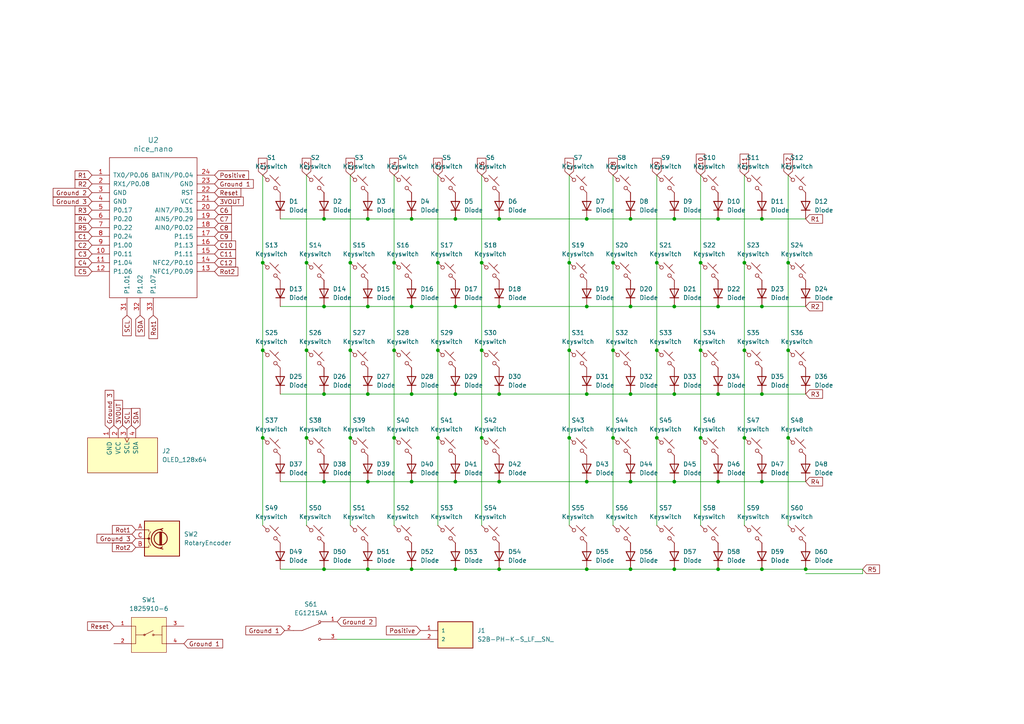
<source format=kicad_sch>
(kicad_sch (version 20230121) (generator eeschema)
  (paper "A4")
  (junction (at 208.28 165.1))
  (junction (at 106.68 139.7))
  (junction (at 233.68 165.1))
  (junction (at 139.7 101.6))
  (junction (at 132.08 63.5))
  (junction (at 76.2 127))
  (junction (at 139.7 127))
  (junction (at 170.18 88.9))
  (junction (at 190.5 101.6))
  (junction (at 195.58 114.3))
  (junction (at 88.9 127))
  (junction (at 132.08 88.9))
  (junction (at 119.38 139.7))
  (junction (at 127 76.2))
  (junction (at 182.88 165.1))
  (junction (at 101.6 127))
  (junction (at 170.18 165.1))
  (junction (at 182.88 88.9))
  (junction (at 114.3 127))
  (junction (at 93.98 165.1))
  (junction (at 228.6 76.2))
  (junction (at 177.8 101.6))
  (junction (at 127 127))
  (junction (at 144.78 165.1))
  (junction (at 215.9 127))
  (junction (at 144.78 88.9))
  (junction (at 144.78 63.5))
  (junction (at 76.2 101.6))
  (junction (at 195.58 165.1))
  (junction (at 203.2 127))
  (junction (at 76.2 76.2))
  (junction (at 114.3 101.6))
  (junction (at 119.38 63.5))
  (junction (at 190.5 127))
  (junction (at 195.58 139.7))
  (junction (at 132.08 139.7))
  (junction (at 182.88 63.5))
  (junction (at 93.98 63.5))
  (junction (at 215.9 101.6))
  (junction (at 208.28 63.5))
  (junction (at 182.88 114.3))
  (junction (at 182.88 139.7))
  (junction (at 177.8 127))
  (junction (at 165.1 76.2))
  (junction (at 88.9 101.6))
  (junction (at 220.98 63.5))
  (junction (at 127 101.6))
  (junction (at 228.6 127))
  (junction (at 106.68 114.3))
  (junction (at 114.3 76.2))
  (junction (at 165.1 127))
  (junction (at 106.68 88.9))
  (junction (at 93.98 114.3))
  (junction (at 144.78 139.7))
  (junction (at 139.7 76.2))
  (junction (at 101.6 101.6))
  (junction (at 93.98 88.9))
  (junction (at 119.38 165.1))
  (junction (at 132.08 114.3))
  (junction (at 119.38 88.9))
  (junction (at 215.9 76.2))
  (junction (at 101.6 76.2))
  (junction (at 106.68 63.5))
  (junction (at 220.98 165.1))
  (junction (at 93.98 139.7))
  (junction (at 144.78 114.3))
  (junction (at 165.1 101.6))
  (junction (at 203.2 101.6))
  (junction (at 106.68 165.1))
  (junction (at 190.5 76.2))
  (junction (at 170.18 63.5))
  (junction (at 208.28 139.7))
  (junction (at 208.28 88.9))
  (junction (at 88.9 76.2))
  (junction (at 220.98 88.9))
  (junction (at 208.28 114.3))
  (junction (at 170.18 114.3))
  (junction (at 132.08 165.1))
  (junction (at 228.6 101.6))
  (junction (at 195.58 88.9))
  (junction (at 170.18 139.7))
  (junction (at 220.98 114.3))
  (junction (at 195.58 63.5))
  (junction (at 119.38 114.3))
  (junction (at 220.98 139.7))
  (junction (at 177.8 76.2))
  (junction (at 203.2 76.2))
  (wire (pts (xy 208.28 114.3) (xy 220.98 114.3)))
  (wire (pts (xy 220.98 114.3) (xy 233.68 114.3)))
  (wire (pts (xy 119.38 63.5) (xy 132.08 63.5)))
  (wire (pts (xy 144.78 139.7) (xy 170.18 139.7)))
  (wire (pts (xy 144.78 114.3) (xy 170.18 114.3)))
  (wire (pts (xy 177.8 50.8) (xy 177.8 76.2)))
  (wire (pts (xy 101.6 127) (xy 101.6 152.4)))
  (wire (pts (xy 114.3 50.8) (xy 114.3 76.2)))
  (wire (pts (xy 132.08 114.3) (xy 144.78 114.3)))
  (wire (pts (xy 177.8 101.6) (xy 177.8 127)))
  (wire (pts (xy 195.58 88.9) (xy 208.28 88.9)))
  (wire (pts (xy 195.58 165.1) (xy 208.28 165.1)))
  (wire (pts (xy 88.9 76.2) (xy 88.9 101.6)))
  (wire (pts (xy 203.2 101.6) (xy 203.2 127)))
  (wire (pts (xy 215.9 76.2) (xy 215.9 101.6)))
  (wire (pts (xy 93.98 88.9) (xy 106.68 88.9)))
  (wire (pts (xy 119.38 88.9) (xy 132.08 88.9)))
  (wire (pts (xy 132.08 139.7) (xy 144.78 139.7)))
  (wire (pts (xy 208.28 165.1) (xy 220.98 165.1)))
  (wire (pts (xy 195.58 63.5) (xy 208.28 63.5)))
  (wire (pts (xy 190.5 101.6) (xy 190.5 127)))
  (wire (pts (xy 220.98 88.9) (xy 233.68 88.9)))
  (wire (pts (xy 215.9 50.8) (xy 215.9 76.2)))
  (wire (pts (xy 81.28 88.9) (xy 93.98 88.9)))
  (wire (pts (xy 182.88 114.3) (xy 195.58 114.3)))
  (wire (pts (xy 132.08 88.9) (xy 144.78 88.9)))
  (wire (pts (xy 101.6 76.2) (xy 101.6 101.6)))
  (wire (pts (xy 127 50.8) (xy 127 76.2)))
  (wire (pts (xy 119.38 114.3) (xy 132.08 114.3)))
  (wire (pts (xy 81.28 139.7) (xy 93.98 139.7)))
  (wire (pts (xy 81.28 165.1) (xy 93.98 165.1)))
  (wire (pts (xy 170.18 63.5) (xy 182.88 63.5)))
  (wire (pts (xy 93.98 139.7) (xy 106.68 139.7)))
  (wire (pts (xy 165.1 76.2) (xy 165.1 101.6)))
  (wire (pts (xy 127 76.2) (xy 127 101.6)))
  (wire (pts (xy 114.3 101.6) (xy 114.3 127)))
  (wire (pts (xy 127 127) (xy 127 152.4)))
  (wire (pts (xy 190.5 76.2) (xy 190.5 101.6)))
  (wire (pts (xy 106.68 63.5) (xy 119.38 63.5)))
  (wire (pts (xy 203.2 50.8) (xy 203.2 76.2)))
  (wire (pts (xy 228.6 76.2) (xy 228.6 101.6)))
  (wire (pts (xy 250.19 166.37) (xy 233.68 166.37)))
  (wire (pts (xy 208.28 139.7) (xy 220.98 139.7)))
  (wire (pts (xy 132.08 165.1) (xy 144.78 165.1)))
  (wire (pts (xy 106.68 88.9) (xy 119.38 88.9)))
  (wire (pts (xy 106.68 165.1) (xy 119.38 165.1)))
  (wire (pts (xy 144.78 63.5) (xy 170.18 63.5)))
  (wire (pts (xy 106.68 114.3) (xy 119.38 114.3)))
  (wire (pts (xy 228.6 127) (xy 228.6 152.4)))
  (wire (pts (xy 81.28 114.3) (xy 93.98 114.3)))
  (wire (pts (xy 182.88 88.9) (xy 195.58 88.9)))
  (wire (pts (xy 97.79 185.42) (xy 121.92 185.42)))
  (wire (pts (xy 119.38 165.1) (xy 132.08 165.1)))
  (wire (pts (xy 250.19 165.1) (xy 250.19 166.37)))
  (wire (pts (xy 220.98 63.5) (xy 233.68 63.5)))
  (wire (pts (xy 132.08 63.5) (xy 144.78 63.5)))
  (wire (pts (xy 228.6 50.8) (xy 228.6 76.2)))
  (wire (pts (xy 177.8 76.2) (xy 177.8 101.6)))
  (wire (pts (xy 208.28 88.9) (xy 220.98 88.9)))
  (wire (pts (xy 233.68 165.1) (xy 250.19 165.1)))
  (wire (pts (xy 215.9 127) (xy 215.9 152.4)))
  (wire (pts (xy 165.1 50.8) (xy 165.1 76.2)))
  (wire (pts (xy 220.98 165.1) (xy 233.68 165.1)))
  (wire (pts (xy 182.88 139.7) (xy 195.58 139.7)))
  (wire (pts (xy 127 101.6) (xy 127 127)))
  (wire (pts (xy 93.98 165.1) (xy 106.68 165.1)))
  (wire (pts (xy 220.98 139.7) (xy 233.68 139.7)))
  (wire (pts (xy 139.7 50.8) (xy 139.7 76.2)))
  (wire (pts (xy 170.18 139.7) (xy 182.88 139.7)))
  (wire (pts (xy 76.2 76.2) (xy 76.2 101.6)))
  (wire (pts (xy 101.6 101.6) (xy 101.6 127)))
  (wire (pts (xy 101.6 50.8) (xy 101.6 76.2)))
  (wire (pts (xy 177.8 127) (xy 177.8 152.4)))
  (wire (pts (xy 93.98 63.5) (xy 106.68 63.5)))
  (wire (pts (xy 76.2 101.6) (xy 76.2 127)))
  (wire (pts (xy 119.38 139.7) (xy 132.08 139.7)))
  (wire (pts (xy 195.58 139.7) (xy 208.28 139.7)))
  (wire (pts (xy 76.2 50.8) (xy 76.2 76.2)))
  (wire (pts (xy 215.9 101.6) (xy 215.9 127)))
  (wire (pts (xy 190.5 127) (xy 190.5 152.4)))
  (wire (pts (xy 139.7 127) (xy 139.7 152.4)))
  (wire (pts (xy 190.5 50.8) (xy 190.5 76.2)))
  (wire (pts (xy 182.88 63.5) (xy 195.58 63.5)))
  (wire (pts (xy 195.58 114.3) (xy 208.28 114.3)))
  (wire (pts (xy 76.2 127) (xy 76.2 152.4)))
  (wire (pts (xy 106.68 139.7) (xy 119.38 139.7)))
  (wire (pts (xy 93.98 114.3) (xy 106.68 114.3)))
  (wire (pts (xy 170.18 114.3) (xy 182.88 114.3)))
  (wire (pts (xy 182.88 165.1) (xy 195.58 165.1)))
  (wire (pts (xy 144.78 88.9) (xy 170.18 88.9)))
  (wire (pts (xy 170.18 165.1) (xy 182.88 165.1)))
  (wire (pts (xy 88.9 50.8) (xy 88.9 76.2)))
  (wire (pts (xy 203.2 76.2) (xy 203.2 101.6)))
  (wire (pts (xy 139.7 76.2) (xy 139.7 101.6)))
  (wire (pts (xy 88.9 127) (xy 88.9 152.4)))
  (wire (pts (xy 165.1 101.6) (xy 165.1 127)))
  (wire (pts (xy 139.7 101.6) (xy 139.7 127)))
  (wire (pts (xy 170.18 88.9) (xy 182.88 88.9)))
  (wire (pts (xy 203.2 127) (xy 203.2 152.4)))
  (wire (pts (xy 165.1 127) (xy 165.1 152.4)))
  (wire (pts (xy 114.3 127) (xy 114.3 152.4)))
  (wire (pts (xy 228.6 101.6) (xy 228.6 127)))
  (wire (pts (xy 81.28 63.5) (xy 93.98 63.5)))
  (wire (pts (xy 144.78 165.1) (xy 170.18 165.1)))
  (wire (pts (xy 114.3 76.2) (xy 114.3 101.6)))
  (wire (pts (xy 208.28 63.5) (xy 220.98 63.5)))
  (wire (pts (xy 88.9 101.6) (xy 88.9 127)))
  (global_label "Reset" (shape input) (at 62.23 55.88 0) (property "Intersheetrefs" "${INTERSHEET_REFS}" (effects hide)))
  (global_label "Ground 3" (shape input) (at 39.37 156.21 180) (property "Intersheetrefs" "${INTERSHEET_REFS}" (effects hide)))
  (global_label "C10" (shape input) (at 62.23 71.12 0) (property "Intersheetrefs" "${INTERSHEET_REFS}" (effects hide)))
  (global_label "SDA" (shape input) (at 39.37 124.46 90) (property "Intersheetrefs" "${INTERSHEET_REFS}" (effects hide)))
  (global_label "SDA" (shape input) (at 40.64 91.44 270) (property "Intersheetrefs" "${INTERSHEET_REFS}" (effects hide)))
  (global_label "C10" (shape input) (at 203.2 50.8 90) (property "Intersheetrefs" "${INTERSHEET_REFS}" (effects hide)))
  (global_label "C12" (shape input) (at 228.6 50.8 90) (property "Intersheetrefs" "${INTERSHEET_REFS}" (effects hide)))
  (global_label "R1" (shape input) (at 26.67 50.8 180) (property "Intersheetrefs" "${INTERSHEET_REFS}" (effects hide)))
  (global_label "Reset" (shape input) (at 33.02 181.61 180) (property "Intersheetrefs" "${INTERSHEET_REFS}" (effects hide)))
  (global_label "SCL" (shape input) (at 36.83 124.46 90) (property "Intersheetrefs" "${INTERSHEET_REFS}" (effects hide)))
  (global_label "Ground 1" (shape input) (at 53.34 186.69 0) (property "Intersheetrefs" "${INTERSHEET_REFS}" (effects hide)))
  (global_label "Ground 2" (shape input) (at 97.79 180.34 0) (property "Intersheetrefs" "${INTERSHEET_REFS}" (effects hide)))
  (global_label "C8" (shape input) (at 177.8 50.8 90) (property "Intersheetrefs" "${INTERSHEET_REFS}" (effects hide)))
  (global_label "C4" (shape input) (at 26.67 76.2 180) (property "Intersheetrefs" "${INTERSHEET_REFS}" (effects hide)))
  (global_label "Ground 1" (shape input) (at 62.23 53.34 0) (property "Intersheetrefs" "${INTERSHEET_REFS}" (effects hide)))
  (global_label "C11" (shape input) (at 62.23 73.66 0) (property "Intersheetrefs" "${INTERSHEET_REFS}" (effects hide)))
  (global_label "Ground 3" (shape input) (at 31.75 124.46 90) (property "Intersheetrefs" "${INTERSHEET_REFS}" (effects hide)))
  (global_label "R5" (shape input) (at 250.19 165.1 0) (property "Intersheetrefs" "${INTERSHEET_REFS}" (effects hide)))
  (global_label "C3" (shape input) (at 101.6 50.8 90) (property "Intersheetrefs" "${INTERSHEET_REFS}" (effects hide)))
  (global_label "C8" (shape input) (at 62.23 66.04 0) (property "Intersheetrefs" "${INTERSHEET_REFS}" (effects hide)))
  (global_label "C7" (shape input) (at 62.23 63.5 0) (property "Intersheetrefs" "${INTERSHEET_REFS}" (effects hide)))
  (global_label "R1" (shape input) (at 233.68 63.5 0) (property "Intersheetrefs" "${INTERSHEET_REFS}" (effects hide)))
  (global_label "C2" (shape input) (at 88.9 50.8 90) (property "Intersheetrefs" "${INTERSHEET_REFS}" (effects hide)))
  (global_label "R3" (shape input) (at 26.67 60.96 180) (property "Intersheetrefs" "${INTERSHEET_REFS}" (effects hide)))
  (global_label "C5" (shape input) (at 26.67 78.74 180) (property "Intersheetrefs" "${INTERSHEET_REFS}" (effects hide)))
  (global_label "R3" (shape input) (at 233.68 114.3 0) (property "Intersheetrefs" "${INTERSHEET_REFS}" (effects hide)))
  (global_label "C9" (shape input) (at 190.5 50.8 90) (property "Intersheetrefs" "${INTERSHEET_REFS}" (effects hide)))
  (global_label "Ground 2" (shape input) (at 26.67 55.88 180) (property "Intersheetrefs" "${INTERSHEET_REFS}" (effects hide)))
  (global_label "R2" (shape input) (at 233.68 88.9 0) (property "Intersheetrefs" "${INTERSHEET_REFS}" (effects hide)))
  (global_label "3VOUT" (shape input) (at 62.23 58.42 0) (property "Intersheetrefs" "${INTERSHEET_REFS}" (effects hide)))
  (global_label "3VOUT" (shape input) (at 34.29 124.46 90) (property "Intersheetrefs" "${INTERSHEET_REFS}" (effects hide)))
  (global_label "C5" (shape input) (at 127 50.8 90) (property "Intersheetrefs" "${INTERSHEET_REFS}" (effects hide)))
  (global_label "C1" (shape input) (at 26.67 68.58 180) (property "Intersheetrefs" "${INTERSHEET_REFS}" (effects hide)))
  (global_label "Rot1" (shape input) (at 39.37 153.67 180) (property "Intersheetrefs" "${INTERSHEET_REFS}" (effects hide)))
  (global_label "R2" (shape input) (at 26.67 53.34 180) (property "Intersheetrefs" "${INTERSHEET_REFS}" (effects hide)))
  (global_label "SCL" (shape input) (at 36.83 91.44 270) (property "Intersheetrefs" "${INTERSHEET_REFS}" (effects hide)))
  (global_label "Ground 1" (shape input) (at 82.55 182.88 180) (property "Intersheetrefs" "${INTERSHEET_REFS}" (effects hide)))
  (global_label "R4" (shape input) (at 26.67 63.5 180) (property "Intersheetrefs" "${INTERSHEET_REFS}" (effects hide)))
  (global_label "R4" (shape input) (at 233.68 139.7 0) (property "Intersheetrefs" "${INTERSHEET_REFS}" (effects hide)))
  (global_label "Positive" (shape input) (at 62.23 50.8 0) (property "Intersheetrefs" "${INTERSHEET_REFS}" (effects hide)))
  (global_label "Rot2" (shape input) (at 39.37 158.75 180) (property "Intersheetrefs" "${INTERSHEET_REFS}" (effects hide)))
  (global_label "C7" (shape input) (at 165.1 50.8 90) (property "Intersheetrefs" "${INTERSHEET_REFS}" (effects hide)))
  (global_label "C4" (shape input) (at 114.3 50.8 90) (property "Intersheetrefs" "${INTERSHEET_REFS}" (effects hide)))
  (global_label "C6" (shape input) (at 139.7 50.8 90) (property "Intersheetrefs" "${INTERSHEET_REFS}" (effects hide)))
  (global_label "Rot2" (shape input) (at 62.23 78.74 0) (property "Intersheetrefs" "${INTERSHEET_REFS}" (effects hide)))
  (global_label "C12" (shape input) (at 62.23 76.2 0) (property "Intersheetrefs" "${INTERSHEET_REFS}" (effects hide)))
  (global_label "Positive" (shape input) (at 121.92 182.88 180) (property "Intersheetrefs" "${INTERSHEET_REFS}" (effects hide)))
  (global_label "C2" (shape input) (at 26.67 71.12 180) (property "Intersheetrefs" "${INTERSHEET_REFS}" (effects hide)))
  (global_label "C1" (shape input) (at 76.2 50.8 90) (property "Intersheetrefs" "${INTERSHEET_REFS}" (effects hide)))
  (global_label "Ground 3" (shape input) (at 26.67 58.42 180) (property "Intersheetrefs" "${INTERSHEET_REFS}" (effects hide)))
  (global_label "C6" (shape input) (at 62.23 60.96 0) (property "Intersheetrefs" "${INTERSHEET_REFS}" (effects hide)))
  (global_label "C11" (shape input) (at 215.9 50.8 90) (property "Intersheetrefs" "${INTERSHEET_REFS}" (effects hide)))
  (global_label "C9" (shape input) (at 62.23 68.58 0) (property "Intersheetrefs" "${INTERSHEET_REFS}" (effects hide)))
  (global_label "Rot1" (shape input) (at 44.45 91.44 270) (property "Intersheetrefs" "${INTERSHEET_REFS}" (effects hide)))
  (global_label "C3" (shape input) (at 26.67 73.66 180) (property "Intersheetrefs" "${INTERSHEET_REFS}" (effects hide)))
  (global_label "R5" (shape input) (at 26.67 66.04 180) (property "Intersheetrefs" "${INTERSHEET_REFS}" (effects hide)))
  (symbol (lib_id "ScottoKeebs:Placeholder_Diode") (at 132.08 85.09 90) (unit 1)
    (property "Reference" "D17" (at 134.62 83.82 90) (effects (justify right)))
    (property "Value" "Diode" (at 134.62 86.36 90) (effects (justify right)))
    (property "Footprint" "ScottoKeebs_Components:Diode_SOD-123" (effects hide))
    (property "Sim.Device" "D" (effects hide))
    (property "Sim.Pins" "1=K 2=A" (effects hide))
  )
  (symbol (lib_id "ScottoKeebs:Placeholder_Keyswitch") (at 167.64 129.54 0) (unit 1)
    (property "Reference" "S43" (at 167.64 121.92 0))
    (property "Value" "Keyswitch" (at 167.64 124.46 0))
    (property "Footprint" "ScottoKeebs_Hotswap:Hotswap_MX_Plated_1.00u" (effects hide))
  )
  (symbol (lib_id "ScottoKeebs:Placeholder_Diode") (at 170.18 59.69 90) (unit 1)
    (property "Reference" "D7" (at 172.72 58.42 90) (effects (justify right)))
    (property "Value" "Diode" (at 172.72 60.96 90) (effects (justify right)))
    (property "Footprint" "ScottoKeebs_Components:Diode_SOD-123" (effects hide))
    (property "Sim.Device" "D" (effects hide))
    (property "Sim.Pins" "1=K 2=A" (effects hide))
  )
  (symbol (lib_id "ScottoKeebs:Placeholder_Diode") (at 182.88 110.49 90) (unit 1)
    (property "Reference" "D32" (at 185.42 109.22 90) (effects (justify right)))
    (property "Value" "Diode" (at 185.42 111.76 90) (effects (justify right)))
    (property "Footprint" "ScottoKeebs_Components:Diode_SOD-123" (effects hide))
    (property "Sim.Device" "D" (effects hide))
    (property "Sim.Pins" "1=K 2=A" (effects hide))
  )
  (symbol (lib_id "ScottoKeebs:Placeholder_Keyswitch") (at 218.44 104.14 0) (unit 1)
    (property "Reference" "S35" (at 218.44 96.52 0))
    (property "Value" "Keyswitch" (at 218.44 99.06 0))
    (property "Footprint" "ScottoKeebs_Hotswap:Hotswap_MX_Plated_1.00u" (effects hide))
  )
  (symbol (lib_id "ScottoKeebs:Placeholder_Keyswitch") (at 78.74 154.94 0) (unit 1)
    (property "Reference" "S49" (at 78.74 147.32 0))
    (property "Value" "Keyswitch" (at 78.74 149.86 0))
    (property "Footprint" "ScottoKeebs_Hotswap:Hotswap_MX_Plated_1.00u" (effects hide))
  )
  (symbol (lib_id "ScottoKeebs:Placeholder_Keyswitch") (at 91.44 78.74 0) (unit 1)
    (property "Reference" "S14" (at 91.44 71.12 0))
    (property "Value" "Keyswitch" (at 91.44 73.66 0))
    (property "Footprint" "ScottoKeebs_Hotswap:Hotswap_MX_Plated_1.00u" (effects hide))
  )
  (symbol (lib_id "ScottoKeebs:Placeholder_Diode") (at 119.38 59.69 90) (unit 1)
    (property "Reference" "D4" (at 121.92 58.42 90) (effects (justify right)))
    (property "Value" "Diode" (at 121.92 60.96 90) (effects (justify right)))
    (property "Footprint" "ScottoKeebs_Components:Diode_SOD-123" (effects hide))
    (property "Sim.Device" "D" (effects hide))
    (property "Sim.Pins" "1=K 2=A" (effects hide))
  )
  (symbol (lib_id "ScottoKeebs:Placeholder_Keyswitch") (at 116.84 129.54 0) (unit 1)
    (property "Reference" "S40" (at 116.84 121.92 0))
    (property "Value" "Keyswitch" (at 116.84 124.46 0))
    (property "Footprint" "ScottoKeebs_Hotswap:Hotswap_MX_Plated_1.00u" (effects hide))
  )
  (symbol (lib_id "ScottoKeebs:Placeholder_Diode") (at 132.08 161.29 90) (unit 1)
    (property "Reference" "D53" (at 134.62 160.02 90) (effects (justify right)))
    (property "Value" "Diode" (at 134.62 162.56 90) (effects (justify right)))
    (property "Footprint" "ScottoKeebs_Components:Diode_SOD-123" (effects hide))
    (property "Sim.Device" "D" (effects hide))
    (property "Sim.Pins" "1=K 2=A" (effects hide))
  )
  (symbol (lib_id "ScottoKeebs:Placeholder_Keyswitch") (at 167.64 53.34 0) (unit 1)
    (property "Reference" "S7" (at 167.64 45.72 0))
    (property "Value" "Keyswitch" (at 167.64 48.26 0))
    (property "Footprint" "ScottoKeebs_Hotswap:Hotswap_MX_Plated_1.00u" (effects hide))
  )
  (symbol (lib_id "ScottoKeebs:Placeholder_Keyswitch") (at 116.84 104.14 0) (unit 1)
    (property "Reference" "S28" (at 116.84 96.52 0))
    (property "Value" "Keyswitch" (at 116.84 99.06 0))
    (property "Footprint" "ScottoKeebs_Hotswap:Hotswap_MX_Plated_1.00u" (effects hide))
  )
  (symbol (lib_id "ScottoKeebs:Placeholder_Keyswitch") (at 231.14 104.14 0) (unit 1)
    (property "Reference" "S36" (at 231.14 96.52 0))
    (property "Value" "Keyswitch" (at 231.14 99.06 0))
    (property "Footprint" "ScottoKeebs_Hotswap:Hotswap_MX_Plated_1.00u" (effects hide))
  )
  (symbol (lib_id "ScottoKeebs:Placeholder_Keyswitch") (at 104.14 154.94 0) (unit 1)
    (property "Reference" "S51" (at 104.14 147.32 0))
    (property "Value" "Keyswitch" (at 104.14 149.86 0))
    (property "Footprint" "ScottoKeebs_Hotswap:Hotswap_MX_Plated_1.00u" (effects hide))
  )
  (symbol (lib_id "ScottoKeebs:Placeholder_Keyswitch") (at 78.74 104.14 0) (unit 1)
    (property "Reference" "S25" (at 78.74 96.52 0))
    (property "Value" "Keyswitch" (at 78.74 99.06 0))
    (property "Footprint" "ScottoKeebs_Hotswap:Hotswap_MX_Plated_1.00u" (effects hide))
  )
  (symbol (lib_id "ScottoKeebs:Placeholder_Diode") (at 208.28 161.29 90) (unit 1)
    (property "Reference" "D58" (at 210.82 160.02 90) (effects (justify right)))
    (property "Value" "Diode" (at 210.82 162.56 90) (effects (justify right)))
    (property "Footprint" "ScottoKeebs_Components:Diode_SOD-123" (effects hide))
    (property "Sim.Device" "D" (effects hide))
    (property "Sim.Pins" "1=K 2=A" (effects hide))
  )
  (symbol (lib_id "ScottoKeebs:Placeholder_Keyswitch") (at 218.44 129.54 0) (unit 1)
    (property "Reference" "S47" (at 218.44 121.92 0))
    (property "Value" "Keyswitch" (at 218.44 124.46 0))
    (property "Footprint" "ScottoKeebs_Hotswap:Hotswap_MX_Plated_1.00u" (effects hide))
  )
  (symbol (lib_id "ScottoKeebs:Placeholder_Keyswitch") (at 142.24 78.74 0) (unit 1)
    (property "Reference" "S18" (at 142.24 71.12 0))
    (property "Value" "Keyswitch" (at 142.24 73.66 0))
    (property "Footprint" "ScottoKeebs_Hotswap:Hotswap_MX_Plated_1.00u" (effects hide))
  )
  (symbol (lib_id "ScottoKeebs:Placeholder_Keyswitch") (at 167.64 78.74 0) (unit 1)
    (property "Reference" "S19" (at 167.64 71.12 0))
    (property "Value" "Keyswitch" (at 167.64 73.66 0))
    (property "Footprint" "ScottoKeebs_Hotswap:Hotswap_MX_Plated_1.00u" (effects hide))
  )
  (symbol (lib_id "ScottoKeebs:Placeholder_Diode") (at 233.68 110.49 90) (unit 1)
    (property "Reference" "D36" (at 236.22 109.22 90) (effects (justify right)))
    (property "Value" "Diode" (at 236.22 111.76 90) (effects (justify right)))
    (property "Footprint" "ScottoKeebs_Components:Diode_SOD-123" (effects hide))
    (property "Sim.Device" "D" (effects hide))
    (property "Sim.Pins" "1=K 2=A" (effects hide))
  )
  (symbol (lib_id "ScottoKeebs:Placeholder_Diode") (at 220.98 161.29 90) (unit 1)
    (property "Reference" "D59" (at 223.52 160.02 90) (effects (justify right)))
    (property "Value" "Diode" (at 223.52 162.56 90) (effects (justify right)))
    (property "Footprint" "ScottoKeebs_Components:Diode_SOD-123" (effects hide))
    (property "Sim.Device" "D" (effects hide))
    (property "Sim.Pins" "1=K 2=A" (effects hide))
  )
  (symbol (lib_id "ScottoKeebs:Placeholder_Keyswitch") (at 129.54 154.94 0) (unit 1)
    (property "Reference" "S53" (at 129.54 147.32 0))
    (property "Value" "Keyswitch" (at 129.54 149.86 0))
    (property "Footprint" "ScottoKeebs_Hotswap:Hotswap_MX_Plated_1.00u" (effects hide))
  )
  (symbol (lib_id "ScottoKeebs:Placeholder_Keyswitch") (at 142.24 53.34 0) (unit 1)
    (property "Reference" "S6" (at 142.24 45.72 0))
    (property "Value" "Keyswitch" (at 142.24 48.26 0))
    (property "Footprint" "ScottoKeebs_Hotswap:Hotswap_MX_Plated_1.00u" (effects hide))
  )
  (symbol (lib_id "ScottoKeebs:Placeholder_Keyswitch") (at 193.04 53.34 0) (unit 1)
    (property "Reference" "S9" (at 193.04 45.72 0))
    (property "Value" "Keyswitch" (at 193.04 48.26 0))
    (property "Footprint" "ScottoKeebs_Hotswap:Hotswap_MX_Plated_1.00u" (effects hide))
  )
  (symbol (lib_id "ScottoKeebs:Placeholder_Diode") (at 208.28 59.69 90) (unit 1)
    (property "Reference" "D10" (at 210.82 58.42 90) (effects (justify right)))
    (property "Value" "Diode" (at 210.82 60.96 90) (effects (justify right)))
    (property "Footprint" "ScottoKeebs_Components:Diode_SOD-123" (effects hide))
    (property "Sim.Device" "D" (effects hide))
    (property "Sim.Pins" "1=K 2=A" (effects hide))
  )
  (symbol (lib_id "ScottoKeebs:Placeholder_Keyswitch") (at 129.54 53.34 0) (unit 1)
    (property "Reference" "S5" (at 129.54 45.72 0))
    (property "Value" "Keyswitch" (at 129.54 48.26 0))
    (property "Footprint" "ScottoKeebs_Hotswap:Hotswap_MX_Plated_1.00u" (effects hide))
  )
  (symbol (lib_id "ScottoKeebs:Placeholder_Diode") (at 119.38 135.89 90) (unit 1)
    (property "Reference" "D40" (at 121.92 134.62 90) (effects (justify right)))
    (property "Value" "Diode" (at 121.92 137.16 90) (effects (justify right)))
    (property "Footprint" "ScottoKeebs_Components:Diode_SOD-123" (effects hide))
    (property "Sim.Device" "D" (effects hide))
    (property "Sim.Pins" "1=K 2=A" (effects hide))
  )
  (symbol (lib_id "ScottoKeebs:Placeholder_Keyswitch") (at 167.64 104.14 0) (unit 1)
    (property "Reference" "S31" (at 167.64 96.52 0))
    (property "Value" "Keyswitch" (at 167.64 99.06 0))
    (property "Footprint" "ScottoKeebs_Hotswap:Hotswap_MX_Plated_1.00u" (effects hide))
  )
  (symbol (lib_id "ScottoKeebs:Placeholder_Diode") (at 106.68 85.09 90) (unit 1)
    (property "Reference" "D15" (at 109.22 83.82 90) (effects (justify right)))
    (property "Value" "Diode" (at 109.22 86.36 90) (effects (justify right)))
    (property "Footprint" "ScottoKeebs_Components:Diode_SOD-123" (effects hide))
    (property "Sim.Device" "D" (effects hide))
    (property "Sim.Pins" "1=K 2=A" (effects hide))
  )
  (symbol (lib_id "ScottoKeebs:Placeholder_Keyswitch") (at 116.84 154.94 0) (unit 1)
    (property "Reference" "S52" (at 116.84 147.32 0))
    (property "Value" "Keyswitch" (at 116.84 149.86 0))
    (property "Footprint" "ScottoKeebs_Hotswap:Hotswap_MX_Plated_1.00u" (effects hide))
  )
  (symbol (lib_id "ScottoKeebs:Placeholder_Keyswitch") (at 180.34 154.94 0) (unit 1)
    (property "Reference" "S56" (at 180.34 147.32 0))
    (property "Value" "Keyswitch" (at 180.34 149.86 0))
    (property "Footprint" "ScottoKeebs_Hotswap:Hotswap_MX_Plated_1.00u" (effects hide))
  )
  (symbol (lib_id "ScottoKeebs:Placeholder_Keyswitch") (at 78.74 129.54 0) (unit 1)
    (property "Reference" "S37" (at 78.74 121.92 0))
    (property "Value" "Keyswitch" (at 78.74 124.46 0))
    (property "Footprint" "ScottoKeebs_Hotswap:Hotswap_MX_Plated_1.00u" (effects hide))
  )
  (symbol (lib_id "ScottoKeebs:Placeholder_Diode") (at 119.38 110.49 90) (unit 1)
    (property "Reference" "D28" (at 121.92 109.22 90) (effects (justify right)))
    (property "Value" "Diode" (at 121.92 111.76 90) (effects (justify right)))
    (property "Footprint" "ScottoKeebs_Components:Diode_SOD-123" (effects hide))
    (property "Sim.Device" "D" (effects hide))
    (property "Sim.Pins" "1=K 2=A" (effects hide))
  )
  (symbol (lib_id "ScottoKeebs:Placeholder_Keyswitch") (at 205.74 154.94 0) (unit 1)
    (property "Reference" "S58" (at 205.74 147.32 0))
    (property "Value" "Keyswitch" (at 205.74 149.86 0))
    (property "Footprint" "ScottoKeebs_Hotswap:Hotswap_MX_Plated_1.00u" (effects hide))
  )
  (symbol (lib_id "ScottoKeebs:Placeholder_Diode") (at 220.98 135.89 90) (unit 1)
    (property "Reference" "D47" (at 223.52 134.62 90) (effects (justify right)))
    (property "Value" "Diode" (at 223.52 137.16 90) (effects (justify right)))
    (property "Footprint" "ScottoKeebs_Components:Diode_SOD-123" (effects hide))
    (property "Sim.Device" "D" (effects hide))
    (property "Sim.Pins" "1=K 2=A" (effects hide))
  )
  (symbol (lib_id "ScottoKeebs:Placeholder_Keyswitch") (at 91.44 104.14 0) (unit 1)
    (property "Reference" "S26" (at 91.44 96.52 0))
    (property "Value" "Keyswitch" (at 91.44 99.06 0))
    (property "Footprint" "ScottoKeebs_Hotswap:Hotswap_MX_Plated_1.00u" (effects hide))
  )
  (symbol (lib_id "ScottoKeebs:Placeholder_Keyswitch") (at 231.14 154.94 0) (unit 1)
    (property "Reference" "S60" (at 231.14 147.32 0))
    (property "Value" "Keyswitch" (at 231.14 149.86 0))
    (property "Footprint" "ScottoKeebs_Hotswap:Hotswap_MX_Plated_1.00u" (effects hide))
  )
  (symbol (lib_id "ScottoKeebs:Placeholder_Diode") (at 233.68 59.69 90) (unit 1)
    (property "Reference" "D12" (at 236.22 58.42 90) (effects (justify right)))
    (property "Value" "Diode" (at 236.22 60.96 90) (effects (justify right)))
    (property "Footprint" "ScottoKeebs_Components:Diode_SOD-123" (effects hide))
    (property "Sim.Device" "D" (effects hide))
    (property "Sim.Pins" "1=K 2=A" (effects hide))
  )
  (symbol (lib_id "ScottoKeebs:Placeholder_Diode") (at 81.28 161.29 90) (unit 1)
    (property "Reference" "D49" (at 83.82 160.02 90) (effects (justify right)))
    (property "Value" "Diode" (at 83.82 162.56 90) (effects (justify right)))
    (property "Footprint" "ScottoKeebs_Components:Diode_SOD-123" (effects hide))
    (property "Sim.Device" "D" (effects hide))
    (property "Sim.Pins" "1=K 2=A" (effects hide))
  )
  (symbol (lib_id "ScottoKeebs:Placeholder_Diode") (at 182.88 59.69 90) (unit 1)
    (property "Reference" "D8" (at 185.42 58.42 90) (effects (justify right)))
    (property "Value" "Diode" (at 185.42 60.96 90) (effects (justify right)))
    (property "Footprint" "ScottoKeebs_Components:Diode_SOD-123" (effects hide))
    (property "Sim.Device" "D" (effects hide))
    (property "Sim.Pins" "1=K 2=A" (effects hide))
  )
  (symbol (lib_id "ScottoKeebs:Placeholder_Keyswitch") (at 129.54 129.54 0) (unit 1)
    (property "Reference" "S41" (at 129.54 121.92 0))
    (property "Value" "Keyswitch" (at 129.54 124.46 0))
    (property "Footprint" "ScottoKeebs_Hotswap:Hotswap_MX_Plated_1.00u" (effects hide))
  )
  (symbol (lib_id "ScottoKeebs:Placeholder_Diode") (at 93.98 59.69 90) (unit 1)
    (property "Reference" "D2" (at 96.52 58.42 90) (effects (justify right)))
    (property "Value" "Diode" (at 96.52 60.96 90) (effects (justify right)))
    (property "Footprint" "ScottoKeebs_Components:Diode_SOD-123" (effects hide))
    (property "Sim.Device" "D" (effects hide))
    (property "Sim.Pins" "1=K 2=A" (effects hide))
  )
  (symbol (lib_id "ScottoKeebs:Placeholder_Diode") (at 106.68 161.29 90) (unit 1)
    (property "Reference" "D51" (at 109.22 160.02 90) (effects (justify right)))
    (property "Value" "Diode" (at 109.22 162.56 90) (effects (justify right)))
    (property "Footprint" "ScottoKeebs_Components:Diode_SOD-123" (effects hide))
    (property "Sim.Device" "D" (effects hide))
    (property "Sim.Pins" "1=K 2=A" (effects hide))
  )
  (symbol (lib_id "ScottoKeebs:Placeholder_Diode") (at 170.18 85.09 90) (unit 1)
    (property "Reference" "D19" (at 172.72 83.82 90) (effects (justify right)))
    (property "Value" "Diode" (at 172.72 86.36 90) (effects (justify right)))
    (property "Footprint" "ScottoKeebs_Components:Diode_SOD-123" (effects hide))
    (property "Sim.Device" "D" (effects hide))
    (property "Sim.Pins" "1=K 2=A" (effects hide))
  )
  (symbol (lib_id "ScottoKeebs:Placeholder_Diode") (at 208.28 135.89 90) (unit 1)
    (property "Reference" "D46" (at 210.82 134.62 90) (effects (justify right)))
    (property "Value" "Diode" (at 210.82 137.16 90) (effects (justify right)))
    (property "Footprint" "ScottoKeebs_Components:Diode_SOD-123" (effects hide))
    (property "Sim.Device" "D" (effects hide))
    (property "Sim.Pins" "1=K 2=A" (effects hide))
  )
  (symbol (lib_id "1825910-6:1825910-6") (at 43.18 184.15 0) (unit 1)
    (property "Reference" "SW1" (at 43.18 173.99 0))
    (property "Value" "1825910-6" (at 43.18 176.53 0))
    (property "Footprint" "comps:SW_1825910-6-4" (effects hide))
    (property "Comment" "1825910-6" (effects hide))
    (property "MF" "TE Connectivity" (effects hide))
    (property "Description" "\nSwitch Push Button OFF (ON) SPST Round Button 0.05A 24VDC Momentary Contact PC Pins Thru-Hole\n" (effects hide))
    (property "Package" "None" (effects hide))
    (property "Price" "None" (effects hide))
    (property "Check_prices" "https://www.snapeda.com/parts/1825910-6/TE+Connectivity+ALCOSWITCH+Switches/view-part/?ref=eda" (effects hide))
    (property "STANDARD" "Manufacturer Recommendations" (effects hide))
    (property "PARTREV" "C10" (effects hide))
    (property "SnapEDA_Link" "https://www.snapeda.com/parts/1825910-6/TE+Connectivity+ALCOSWITCH+Switches/view-part/?ref=snap" (effects hide))
    (property "MP" "1825910-6" (effects hide))
    (property "Availability" "In Stock" (effects hide))
    (property "MANUFACTURER" "TE CONNECTIVITY" (effects hide))
  )
  (symbol (lib_id "ScottoKeebs:Placeholder_Keyswitch") (at 231.14 129.54 0) (unit 1)
    (property "Reference" "S48" (at 231.14 121.92 0))
    (property "Value" "Keyswitch" (at 231.14 124.46 0))
    (property "Footprint" "ScottoKeebs_Hotswap:Hotswap_MX_Plated_1.00u" (effects hide))
  )
  (symbol (lib_id "ScottoKeebs:Placeholder_Keyswitch") (at 142.24 104.14 0) (unit 1)
    (property "Reference" "S30" (at 142.24 96.52 0))
    (property "Value" "Keyswitch" (at 142.24 99.06 0))
    (property "Footprint" "ScottoKeebs_Hotswap:Hotswap_MX_Plated_1.00u" (effects hide))
  )
  (symbol (lib_id "ScottoKeebs:Placeholder_Diode") (at 182.88 85.09 90) (unit 1)
    (property "Reference" "D20" (at 185.42 83.82 90) (effects (justify right)))
    (property "Value" "Diode" (at 185.42 86.36 90) (effects (justify right)))
    (property "Footprint" "ScottoKeebs_Components:Diode_SOD-123" (effects hide))
    (property "Sim.Device" "D" (effects hide))
    (property "Sim.Pins" "1=K 2=A" (effects hide))
  )
  (symbol (lib_id "ScottoKeebs:Placeholder_Diode") (at 144.78 161.29 90) (unit 1)
    (property "Reference" "D54" (at 147.32 160.02 90) (effects (justify right)))
    (property "Value" "Diode" (at 147.32 162.56 90) (effects (justify right)))
    (property "Footprint" "ScottoKeebs_Components:Diode_SOD-123" (effects hide))
    (property "Sim.Device" "D" (effects hide))
    (property "Sim.Pins" "1=K 2=A" (effects hide))
  )
  (symbol (lib_id "ScottoKeebs:Placeholder_Keyswitch") (at 205.74 129.54 0) (unit 1)
    (property "Reference" "S46" (at 205.74 121.92 0))
    (property "Value" "Keyswitch" (at 205.74 124.46 0))
    (property "Footprint" "ScottoKeebs_Hotswap:Hotswap_MX_Plated_1.00u" (effects hide))
  )
  (symbol (lib_id "ScottoKeebs:Placeholder_Diode") (at 195.58 110.49 90) (unit 1)
    (property "Reference" "D33" (at 198.12 109.22 90) (effects (justify right)))
    (property "Value" "Diode" (at 198.12 111.76 90) (effects (justify right)))
    (property "Footprint" "ScottoKeebs_Components:Diode_SOD-123" (effects hide))
    (property "Sim.Device" "D" (effects hide))
    (property "Sim.Pins" "1=K 2=A" (effects hide))
  )
  (symbol (lib_id "ScottoKeebs:Placeholder_Diode") (at 144.78 135.89 90) (unit 1)
    (property "Reference" "D42" (at 147.32 134.62 90) (effects (justify right)))
    (property "Value" "Diode" (at 147.32 137.16 90) (effects (justify right)))
    (property "Footprint" "ScottoKeebs_Components:Diode_SOD-123" (effects hide))
    (property "Sim.Device" "D" (effects hide))
    (property "Sim.Pins" "1=K 2=A" (effects hide))
  )
  (symbol (lib_id "ScottoKeebs:Placeholder_Keyswitch") (at 193.04 104.14 0) (unit 1)
    (property "Reference" "S33" (at 193.04 96.52 0))
    (property "Value" "Keyswitch" (at 193.04 99.06 0))
    (property "Footprint" "ScottoKeebs_Hotswap:Hotswap_MX_Plated_1.00u" (effects hide))
  )
  (symbol (lib_id "ScottoKeebs:Placeholder_Keyswitch") (at 142.24 154.94 0) (unit 1)
    (property "Reference" "S54" (at 142.24 147.32 0))
    (property "Value" "Keyswitch" (at 142.24 149.86 0))
    (property "Footprint" "ScottoKeebs_Hotswap:Hotswap_MX_Plated_1.25u_90deg" (effects hide))
  )
  (symbol (lib_id "ScottoKeebs:Placeholder_Diode") (at 220.98 85.09 90) (unit 1)
    (property "Reference" "D23" (at 223.52 83.82 90) (effects (justify right)))
    (property "Value" "Diode" (at 223.52 86.36 90) (effects (justify right)))
    (property "Footprint" "ScottoKeebs_Components:Diode_SOD-123" (effects hide))
    (property "Sim.Device" "D" (effects hide))
    (property "Sim.Pins" "1=K 2=A" (effects hide))
  )
  (symbol (lib_id "eg1215aa:EG1215AA") (at 90.17 182.88 0) (unit 1)
    (property "Reference" "S61" (at 90.17 175.26 0))
    (property "Value" "EG1215AA" (at 90.17 177.8 0))
    (property "Footprint" "comps:SW_EG1215AA" (effects hide))
    (property "MF" "E-Switch" (effects hide))
    (property "MAXIMUM_PACKAGE_HEIGHT" "1.40mm" (effects hide))
    (property "Package" "None" (effects hide))
    (property "Price" "None" (effects hide))
    (property "Check_prices" "https://www.snapeda.com/parts/EG1215AA/E-Switch/view-part/?ref=eda" (effects hide))
    (property "STANDARD" "Manufacturer Recommendations" (effects hide))
    (property "PARTREV" "A" (effects hide))
    (property "SnapEDA_Link" "https://www.snapeda.com/parts/EG1215AA/E-Switch/view-part/?ref=snap" (effects hide))
    (property "MP" "EG1215AA" (effects hide))
    (property "Description" "\nSlide Switch SPDT Surface Mount, Right Angle\n" (effects hide))
    (property "Availability" "In Stock" (effects hide))
    (property "MANUFACTURER" "E Switch" (effects hide))
  )
  (symbol (lib_id "ScottoKeebs:Placeholder_Diode") (at 106.68 110.49 90) (unit 1)
    (property "Reference" "D27" (at 109.22 109.22 90) (effects (justify right)))
    (property "Value" "Diode" (at 109.22 111.76 90) (effects (justify right)))
    (property "Footprint" "ScottoKeebs_Components:Diode_SOD-123" (effects hide))
    (property "Sim.Device" "D" (effects hide))
    (property "Sim.Pins" "1=K 2=A" (effects hide))
  )
  (symbol (lib_id "ScottoKeebs:Placeholder_Diode") (at 233.68 135.89 90) (unit 1)
    (property "Reference" "D48" (at 236.22 134.62 90) (effects (justify right)))
    (property "Value" "Diode" (at 236.22 137.16 90) (effects (justify right)))
    (property "Footprint" "ScottoKeebs_Components:Diode_SOD-123" (effects hide))
    (property "Sim.Device" "D" (effects hide))
    (property "Sim.Pins" "1=K 2=A" (effects hide))
  )
  (symbol (lib_id "ScottoKeebs:Placeholder_Keyswitch") (at 116.84 53.34 0) (unit 1)
    (property "Reference" "S4" (at 116.84 45.72 0))
    (property "Value" "Keyswitch" (at 116.84 48.26 0))
    (property "Footprint" "ScottoKeebs_Hotswap:Hotswap_MX_Plated_1.00u" (effects hide))
  )
  (symbol (lib_id "ScottoKeebs:Placeholder_Diode") (at 119.38 161.29 90) (unit 1)
    (property "Reference" "D52" (at 121.92 160.02 90) (effects (justify right)))
    (property "Value" "Diode" (at 121.92 162.56 90) (effects (justify right)))
    (property "Footprint" "ScottoKeebs_Components:Diode_SOD-123" (effects hide))
    (property "Sim.Device" "D" (effects hide))
    (property "Sim.Pins" "1=K 2=A" (effects hide))
  )
  (symbol (lib_id "ScottoKeebs:Placeholder_Diode") (at 208.28 110.49 90) (unit 1)
    (property "Reference" "D34" (at 210.82 109.22 90) (effects (justify right)))
    (property "Value" "Diode" (at 210.82 111.76 90) (effects (justify right)))
    (property "Footprint" "ScottoKeebs_Components:Diode_SOD-123" (effects hide))
    (property "Sim.Device" "D" (effects hide))
    (property "Sim.Pins" "1=K 2=A" (effects hide))
  )
  (symbol (lib_id "ScottoKeebs:Placeholder_Keyswitch") (at 180.34 129.54 0) (unit 1)
    (property "Reference" "S44" (at 180.34 121.92 0))
    (property "Value" "Keyswitch" (at 180.34 124.46 0))
    (property "Footprint" "ScottoKeebs_Hotswap:Hotswap_MX_Plated_1.00u" (effects hide))
  )
  (symbol (lib_id "ScottoKeebs:Placeholder_Diode") (at 233.68 161.29 90) (unit 1)
    (property "Reference" "D60" (at 236.22 160.02 90) (effects (justify right)))
    (property "Value" "Diode" (at 236.22 162.56 90) (effects (justify right)))
    (property "Footprint" "ScottoKeebs_Components:Diode_SOD-123" (effects hide))
    (property "Sim.Device" "D" (effects hide))
    (property "Sim.Pins" "1=K 2=A" (effects hide))
  )
  (symbol (lib_id "ScottoKeebs:Placeholder_Keyswitch") (at 193.04 78.74 0) (unit 1)
    (property "Reference" "S21" (at 193.04 71.12 0))
    (property "Value" "Keyswitch" (at 193.04 73.66 0))
    (property "Footprint" "ScottoKeebs_Hotswap:Hotswap_MX_Plated_1.00u" (effects hide))
  )
  (symbol (lib_id "ScottoKeebs:Placeholder_Diode") (at 182.88 161.29 90) (unit 1)
    (property "Reference" "D56" (at 185.42 160.02 90) (effects (justify right)))
    (property "Value" "Diode" (at 185.42 162.56 90) (effects (justify right)))
    (property "Footprint" "ScottoKeebs_Components:Diode_SOD-123" (effects hide))
    (property "Sim.Device" "D" (effects hide))
    (property "Sim.Pins" "1=K 2=A" (effects hide))
  )
  (symbol (lib_id "ScottoKeebs:Placeholder_Diode") (at 208.28 85.09 90) (unit 1)
    (property "Reference" "D22" (at 210.82 83.82 90) (effects (justify right)))
    (property "Value" "Diode" (at 210.82 86.36 90) (effects (justify right)))
    (property "Footprint" "ScottoKeebs_Components:Diode_SOD-123" (effects hide))
    (property "Sim.Device" "D" (effects hide))
    (property "Sim.Pins" "1=K 2=A" (effects hide))
  )
  (symbol (lib_id "ScottoKeebs:Placeholder_Diode") (at 195.58 161.29 90) (unit 1)
    (property "Reference" "D57" (at 198.12 160.02 90) (effects (justify right)))
    (property "Value" "Diode" (at 198.12 162.56 90) (effects (justify right)))
    (property "Footprint" "ScottoKeebs_Components:Diode_SOD-123" (effects hide))
    (property "Sim.Device" "D" (effects hide))
    (property "Sim.Pins" "1=K 2=A" (effects hide))
  )
  (symbol (lib_id "ScottoKeebs:OLED_128x64") (at 35.56 127 0) (unit 1)
    (property "Reference" "J2" (at 46.99 130.81 0) (effects (justify left)))
    (property "Value" "OLED_128x64" (at 46.99 133.35 0) (effects (justify left)))
    (property "Footprint" "ScottoKeebs_Components:OLED_128x64" (effects hide))
  )
  (symbol (lib_id "ScottoKeebs:Placeholder_Keyswitch") (at 205.74 78.74 0) (unit 1)
    (property "Reference" "S22" (at 205.74 71.12 0))
    (property "Value" "Keyswitch" (at 205.74 73.66 0))
    (property "Footprint" "ScottoKeebs_Hotswap:Hotswap_MX_Plated_1.00u" (effects hide))
  )
  (symbol (lib_id "ScottoKeebs:Placeholder_Keyswitch") (at 231.14 78.74 0) (unit 1)
    (property "Reference" "S24" (at 231.14 71.12 0))
    (property "Value" "Keyswitch" (at 231.14 73.66 0))
    (property "Footprint" "ScottoKeebs_Hotswap:Hotswap_MX_Plated_1.00u" (effects hide))
  )
  (symbol (lib_id "ScottoKeebs:Placeholder_Keyswitch") (at 205.74 53.34 0) (unit 1)
    (property "Reference" "S10" (at 205.74 45.72 0))
    (property "Value" "Keyswitch" (at 205.74 48.26 0))
    (property "Footprint" "ScottoKeebs_Hotswap:Hotswap_MX_Plated_1.00u" (effects hide))
  )
  (symbol (lib_id "ScottoKeebs:Placeholder_Diode") (at 144.78 59.69 90) (unit 1)
    (property "Reference" "D6" (at 147.32 58.42 90) (effects (justify right)))
    (property "Value" "Diode" (at 147.32 60.96 90) (effects (justify right)))
    (property "Footprint" "ScottoKeebs_Components:Diode_SOD-123" (effects hide))
    (property "Sim.Device" "D" (effects hide))
    (property "Sim.Pins" "1=K 2=A" (effects hide))
  )
  (symbol (lib_id "ScottoKeebs:Placeholder_Diode") (at 132.08 110.49 90) (unit 1)
    (property "Reference" "D29" (at 134.62 109.22 90) (effects (justify right)))
    (property "Value" "Diode" (at 134.62 111.76 90) (effects (justify right)))
    (property "Footprint" "ScottoKeebs_Components:Diode_SOD-123" (effects hide))
    (property "Sim.Device" "D" (effects hide))
    (property "Sim.Pins" "1=K 2=A" (effects hide))
  )
  (symbol (lib_id "ScottoKeebs:Placeholder_Diode") (at 144.78 85.09 90) (unit 1)
    (property "Reference" "D18" (at 147.32 83.82 90) (effects (justify right)))
    (property "Value" "Diode" (at 147.32 86.36 90) (effects (justify right)))
    (property "Footprint" "ScottoKeebs_Components:Diode_SOD-123" (effects hide))
    (property "Sim.Device" "D" (effects hide))
    (property "Sim.Pins" "1=K 2=A" (effects hide))
  )
  (symbol (lib_id "ScottoKeebs:Placeholder_Keyswitch") (at 91.44 129.54 0) (unit 1)
    (property "Reference" "S38" (at 91.44 121.92 0))
    (property "Value" "Keyswitch" (at 91.44 124.46 0))
    (property "Footprint" "ScottoKeebs_Hotswap:Hotswap_MX_Plated_1.00u" (effects hide))
  )
  (symbol (lib_id "ScottoKeebs:Placeholder_Keyswitch") (at 193.04 154.94 0) (unit 1)
    (property "Reference" "S57" (at 193.04 147.32 0))
    (property "Value" "Keyswitch" (at 193.04 149.86 0))
    (property "Footprint" "ScottoKeebs_Hotswap:Hotswap_MX_Plated_1.00u" (effects hide))
  )
  (symbol (lib_id "ScottoKeebs:Placeholder_Diode") (at 93.98 110.49 90) (unit 1)
    (property "Reference" "D26" (at 96.52 109.22 90) (effects (justify right)))
    (property "Value" "Diode" (at 96.52 111.76 90) (effects (justify right)))
    (property "Footprint" "ScottoKeebs_Components:Diode_SOD-123" (effects hide))
    (property "Sim.Device" "D" (effects hide))
    (property "Sim.Pins" "1=K 2=A" (effects hide))
  )
  (symbol (lib_id "ScottoKeebs:Placeholder_Keyswitch") (at 193.04 129.54 0) (unit 1)
    (property "Reference" "S45" (at 193.04 121.92 0))
    (property "Value" "Keyswitch" (at 193.04 124.46 0))
    (property "Footprint" "ScottoKeebs_Hotswap:Hotswap_MX_Plated_1.00u" (effects hide))
  )
  (symbol (lib_id "ScottoKeebs:Placeholder_Keyswitch") (at 91.44 53.34 0) (unit 1)
    (property "Reference" "S2" (at 91.44 45.72 0))
    (property "Value" "Keyswitch" (at 91.44 48.26 0))
    (property "Footprint" "ScottoKeebs_Hotswap:Hotswap_MX_Plated_1.00u" (effects hide))
  )
  (symbol (lib_id "ScottoKeebs:Placeholder_Diode") (at 220.98 59.69 90) (unit 1)
    (property "Reference" "D11" (at 223.52 58.42 90) (effects (justify right)))
    (property "Value" "Diode" (at 223.52 60.96 90) (effects (justify right)))
    (property "Footprint" "ScottoKeebs_Components:Diode_SOD-123" (effects hide))
    (property "Sim.Device" "D" (effects hide))
    (property "Sim.Pins" "1=K 2=A" (effects hide))
  )
  (symbol (lib_id "ScottoKeebs:Placeholder_Diode") (at 93.98 161.29 90) (unit 1)
    (property "Reference" "D50" (at 96.52 160.02 90) (effects (justify right)))
    (property "Value" "Diode" (at 96.52 162.56 90) (effects (justify right)))
    (property "Footprint" "ScottoKeebs_Components:Diode_SOD-123" (effects hide))
    (property "Sim.Device" "D" (effects hide))
    (property "Sim.Pins" "1=K 2=A" (effects hide))
  )
  (symbol (lib_id "ScottoKeebs:Placeholder_Keyswitch") (at 91.44 154.94 0) (unit 1)
    (property "Reference" "S50" (at 91.44 147.32 0))
    (property "Value" "Keyswitch" (at 91.44 149.86 0))
    (property "Footprint" "ScottoKeebs_Hotswap:Hotswap_MX_Plated_1.00u" (effects hide))
  )
  (symbol (lib_id "ScottoKeebs:Placeholder_Diode") (at 195.58 59.69 90) (unit 1)
    (property "Reference" "D9" (at 198.12 58.42 90) (effects (justify right)))
    (property "Value" "Diode" (at 198.12 60.96 90) (effects (justify right)))
    (property "Footprint" "ScottoKeebs_Components:Diode_SOD-123" (effects hide))
    (property "Sim.Device" "D" (effects hide))
    (property "Sim.Pins" "1=K 2=A" (effects hide))
  )
  (symbol (lib_id "ScottoKeebs:Placeholder_Keyswitch") (at 205.74 104.14 0) (unit 1)
    (property "Reference" "S34" (at 205.74 96.52 0))
    (property "Value" "Keyswitch" (at 205.74 99.06 0))
    (property "Footprint" "ScottoKeebs_Hotswap:Hotswap_MX_Plated_1.00u" (effects hide))
  )
  (symbol (lib_id "ScottoKeebs:Placeholder_Keyswitch") (at 231.14 53.34 0) (unit 1)
    (property "Reference" "S12" (at 231.14 45.72 0))
    (property "Value" "Keyswitch" (at 231.14 48.26 0))
    (property "Footprint" "ScottoKeebs_Hotswap:Hotswap_MX_Plated_1.00u" (effects hide))
  )
  (symbol (lib_id "ScottoKeebs:Placeholder_Keyswitch") (at 104.14 78.74 0) (unit 1)
    (property "Reference" "S15" (at 104.14 71.12 0))
    (property "Value" "Keyswitch" (at 104.14 73.66 0))
    (property "Footprint" "ScottoKeebs_Hotswap:Hotswap_MX_Plated_1.00u" (effects hide))
  )
  (symbol (lib_id "ScottoKeebs:Placeholder_Diode") (at 170.18 135.89 90) (unit 1)
    (property "Reference" "D43" (at 172.72 134.62 90) (effects (justify right)))
    (property "Value" "Diode" (at 172.72 137.16 90) (effects (justify right)))
    (property "Footprint" "ScottoKeebs_Components:Diode_SOD-123" (effects hide))
    (property "Sim.Device" "D" (effects hide))
    (property "Sim.Pins" "1=K 2=A" (effects hide))
  )
  (symbol (lib_id "ScottoKeebs:Placeholder_Keyswitch") (at 78.74 53.34 0) (unit 1)
    (property "Reference" "S1" (at 78.74 45.72 0))
    (property "Value" "Keyswitch" (at 78.74 48.26 0))
    (property "Footprint" "ScottoKeebs_Hotswap:Hotswap_MX_Plated_1.00u" (effects hide))
  )
  (symbol (lib_id "Device:RotaryEncoder") (at 46.99 156.21 0) (unit 1)
    (property "Reference" "SW2" (at 53.34 154.94 0) (effects (justify left)))
    (property "Value" "RotaryEncoder" (at 53.34 157.48 0) (effects (justify left)))
    (property "Footprint" "Rotary_Encoder:RotaryEncoder_Alps_EC11E_Vertical_H20mm" (effects hide))
  )
  (symbol (lib_id "S2B-PH-K-S_LF__SN_:S2B-PH-K-S_LF__SN_") (at 132.08 182.88 0) (unit 1)
    (property "Reference" "J1" (at 138.43 182.88 0) (effects (justify left)))
    (property "Value" "S2B-PH-K-S_LF__SN_" (at 138.43 185.42 0) (effects (justify left)))
    (property "Footprint" "comps:JST_S2B-PH-K-S_LF__SN_" (effects hide))
    (property "MF" "JST Sales America Inc." (effects hide))
    (property "MAXIMUM_PACKAGE_HEIGHT" "4.8mm" (effects hide))
    (property "PACKAGE" "None" (effects hide))
    (property "PRICE" "None" (effects hide))
    (property "Package" "NON STANDARD-2 J.S.T." (effects hide))
    (property "Check_prices" "https://www.snapeda.com/parts/S2B-PH-K-S(LF)(SN)/JST+Sales+America+Inc./view-part/?ref=eda" (effects hide))
    (property "Price" "None" (effects hide))
    (property "SnapEDA_Link" "https://www.snapeda.com/parts/S2B-PH-K-S(LF)(SN)/JST+Sales+America+Inc./view-part/?ref=snap" (effects hide))
    (property "MP" "S2B-PH-K-S(LF)(SN)" (effects hide))
    (property "Description" "\nConnector Header Through Hole, Right Angle 2 position\n" (effects hide))
    (property "Availability" "In Stock" (effects hide))
    (property "AVAILABILITY" "Unavailable" (effects hide))
    (property "DESCRIPTION" "Connector Header Through Hole, Right Angle 2 position" (effects hide))
  )
  (symbol (lib_id "ScottoKeebs:Placeholder_Diode") (at 93.98 135.89 90) (unit 1)
    (property "Reference" "D38" (at 96.52 134.62 90) (effects (justify right)))
    (property "Value" "Diode" (at 96.52 137.16 90) (effects (justify right)))
    (property "Footprint" "ScottoKeebs_Components:Diode_SOD-123" (effects hide))
    (property "Sim.Device" "D" (effects hide))
    (property "Sim.Pins" "1=K 2=A" (effects hide))
  )
  (symbol (lib_id "ScottoKeebs:Placeholder_Keyswitch") (at 116.84 78.74 0) (unit 1)
    (property "Reference" "S16" (at 116.84 71.12 0))
    (property "Value" "Keyswitch" (at 116.84 73.66 0))
    (property "Footprint" "ScottoKeebs_Hotswap:Hotswap_MX_Plated_1.00u" (effects hide))
  )
  (symbol (lib_id "ScottoKeebs:Placeholder_Diode") (at 81.28 135.89 90) (unit 1)
    (property "Reference" "D37" (at 83.82 134.62 90) (effects (justify right)))
    (property "Value" "Diode" (at 83.82 137.16 90) (effects (justify right)))
    (property "Footprint" "ScottoKeebs_Components:Diode_SOD-123" (effects hide))
    (property "Sim.Device" "D" (effects hide))
    (property "Sim.Pins" "1=K 2=A" (effects hide))
  )
  (symbol (lib_id "ScottoKeebs:Placeholder_Diode") (at 195.58 85.09 90) (unit 1)
    (property "Reference" "D21" (at 198.12 83.82 90) (effects (justify right)))
    (property "Value" "Diode" (at 198.12 86.36 90) (effects (justify right)))
    (property "Footprint" "ScottoKeebs_Components:Diode_SOD-123" (effects hide))
    (property "Sim.Device" "D" (effects hide))
    (property "Sim.Pins" "1=K 2=A" (effects hide))
  )
  (symbol (lib_id "ScottoKeebs:Placeholder_Diode") (at 106.68 135.89 90) (unit 1)
    (property "Reference" "D39" (at 109.22 134.62 90) (effects (justify right)))
    (property "Value" "Diode" (at 109.22 137.16 90) (effects (justify right)))
    (property "Footprint" "ScottoKeebs_Components:Diode_SOD-123" (effects hide))
    (property "Sim.Device" "D" (effects hide))
    (property "Sim.Pins" "1=K 2=A" (effects hide))
  )
  (symbol (lib_id "ScottoKeebs:Placeholder_Diode") (at 233.68 85.09 90) (unit 1)
    (property "Reference" "D24" (at 236.22 83.82 90) (effects (justify right)))
    (property "Value" "Diode" (at 236.22 86.36 90) (effects (justify right)))
    (property "Footprint" "ScottoKeebs_Components:Diode_SOD-123" (effects hide))
    (property "Sim.Device" "D" (effects hide))
    (property "Sim.Pins" "1=K 2=A" (effects hide))
  )
  (symbol (lib_id "ScottoKeebs:Placeholder_Keyswitch") (at 218.44 78.74 0) (unit 1)
    (property "Reference" "S23" (at 218.44 71.12 0))
    (property "Value" "Keyswitch" (at 218.44 73.66 0))
    (property "Footprint" "ScottoKeebs_Hotswap:Hotswap_MX_Plated_1.00u" (effects hide))
  )
  (symbol (lib_id "ScottoKeebs:Placeholder_Keyswitch") (at 218.44 53.34 0) (unit 1)
    (property "Reference" "S11" (at 218.44 45.72 0))
    (property "Value" "Keyswitch" (at 218.44 48.26 0))
    (property "Footprint" "ScottoKeebs_Hotswap:Hotswap_MX_Plated_1.00u" (effects hide))
  )
  (symbol (lib_id "ScottoKeebs:Placeholder_Keyswitch") (at 78.74 78.74 0) (unit 1)
    (property "Reference" "S13" (at 78.74 71.12 0))
    (property "Value" "Keyswitch" (at 78.74 73.66 0))
    (property "Footprint" "ScottoKeebs_Hotswap:Hotswap_MX_Plated_1.00u" (effects hide))
  )
  (symbol (lib_id "ScottoKeebs:Placeholder_Diode") (at 144.78 110.49 90) (unit 1)
    (property "Reference" "D30" (at 147.32 109.22 90) (effects (justify right)))
    (property "Value" "Diode" (at 147.32 111.76 90) (effects (justify right)))
    (property "Footprint" "ScottoKeebs_Components:Diode_SOD-123" (effects hide))
    (property "Sim.Device" "D" (effects hide))
    (property "Sim.Pins" "1=K 2=A" (effects hide))
  )
  (symbol (lib_id "ScottoKeebs:Placeholder_Diode") (at 132.08 135.89 90) (unit 1)
    (property "Reference" "D41" (at 134.62 134.62 90) (effects (justify right)))
    (property "Value" "Diode" (at 134.62 137.16 90) (effects (justify right)))
    (property "Footprint" "ScottoKeebs_Components:Diode_SOD-123" (effects hide))
    (property "Sim.Device" "D" (effects hide))
    (property "Sim.Pins" "1=K 2=A" (effects hide))
  )
  (symbol (lib_id "ScottoKeebs:Placeholder_Diode") (at 81.28 59.69 90) (unit 1)
    (property "Reference" "D1" (at 83.82 58.42 90) (effects (justify right)))
    (property "Value" "Diode" (at 83.82 60.96 90) (effects (justify right)))
    (property "Footprint" "ScottoKeebs_Components:Diode_SOD-123" (effects hide))
    (property "Sim.Device" "D" (effects hide))
    (property "Sim.Pins" "1=K 2=A" (effects hide))
  )
  (symbol (lib_id "ScottoKeebs:Placeholder_Diode") (at 170.18 161.29 90) (unit 1)
    (property "Reference" "D55" (at 172.72 160.02 90) (effects (justify right)))
    (property "Value" "Diode" (at 172.72 162.56 90) (effects (justify right)))
    (property "Footprint" "ScottoKeebs_Components:Diode_SOD-123" (effects hide))
    (property "Sim.Device" "D" (effects hide))
    (property "Sim.Pins" "1=K 2=A" (effects hide))
  )
  (symbol (lib_id "ScottoKeebs:Placeholder_Keyswitch") (at 104.14 129.54 0) (unit 1)
    (property "Reference" "S39" (at 104.14 121.92 0))
    (property "Value" "Keyswitch" (at 104.14 124.46 0))
    (property "Footprint" "ScottoKeebs_Hotswap:Hotswap_MX_Plated_1.00u" (effects hide))
  )
  (symbol (lib_id "nice_nano:nice_nano") (at 44.45 64.77 0) (unit 1)
    (property "Reference" "U2" (at 44.45 40.64 0) (effects (font (size 1.524 1.524))))
    (property "Value" "nice_nano" (at 44.45 43.18 0) (effects (font (size 1.524 1.524))))
    (property "Footprint" "Library:nice_nano" (effects hide))
  )
  (symbol (lib_id "ScottoKeebs:Placeholder_Keyswitch") (at 142.24 129.54 0) (unit 1)
    (property "Reference" "S42" (at 142.24 121.92 0))
    (property "Value" "Keyswitch" (at 142.24 124.46 0))
    (property "Footprint" "ScottoKeebs_Hotswap:Hotswap_MX_Plated_1.00u" (effects hide))
  )
  (symbol (lib_id "ScottoKeebs:Placeholder_Diode") (at 182.88 135.89 90) (unit 1)
    (property "Reference" "D44" (at 185.42 134.62 90) (effects (justify right)))
    (property "Value" "Diode" (at 185.42 137.16 90) (effects (justify right)))
    (property "Footprint" "ScottoKeebs_Components:Diode_SOD-123" (effects hide))
    (property "Sim.Device" "D" (effects hide))
    (property "Sim.Pins" "1=K 2=A" (effects hide))
  )
  (symbol (lib_id "ScottoKeebs:Placeholder_Diode") (at 220.98 110.49 90) (unit 1)
    (property "Reference" "D35" (at 223.52 109.22 90) (effects (justify right)))
    (property "Value" "Diode" (at 223.52 111.76 90) (effects (justify right)))
    (property "Footprint" "ScottoKeebs_Components:Diode_SOD-123" (effects hide))
    (property "Sim.Device" "D" (effects hide))
    (property "Sim.Pins" "1=K 2=A" (effects hide))
  )
  (symbol (lib_id "ScottoKeebs:Placeholder_Keyswitch") (at 104.14 104.14 0) (unit 1)
    (property "Reference" "S27" (at 104.14 96.52 0))
    (property "Value" "Keyswitch" (at 104.14 99.06 0))
    (property "Footprint" "ScottoKeebs_Hotswap:Hotswap_MX_Plated_1.00u" (effects hide))
  )
  (symbol (lib_id "ScottoKeebs:Placeholder_Keyswitch") (at 180.34 78.74 0) (unit 1)
    (property "Reference" "S20" (at 180.34 71.12 0))
    (property "Value" "Keyswitch" (at 180.34 73.66 0))
    (property "Footprint" "ScottoKeebs_Hotswap:Hotswap_MX_Plated_1.00u" (effects hide))
  )
  (symbol (lib_id "ScottoKeebs:Placeholder_Diode") (at 132.08 59.69 90) (unit 1)
    (property "Reference" "D5" (at 134.62 58.42 90) (effects (justify right)))
    (property "Value" "Diode" (at 134.62 60.96 90) (effects (justify right)))
    (property "Footprint" "ScottoKeebs_Components:Diode_SOD-123" (effects hide))
    (property "Sim.Device" "D" (effects hide))
    (property "Sim.Pins" "1=K 2=A" (effects hide))
  )
  (symbol (lib_id "ScottoKeebs:Placeholder_Diode") (at 170.18 110.49 90) (unit 1)
    (property "Reference" "D31" (at 172.72 109.22 90) (effects (justify right)))
    (property "Value" "Diode" (at 172.72 111.76 90) (effects (justify right)))
    (property "Footprint" "ScottoKeebs_Components:Diode_SOD-123" (effects hide))
    (property "Sim.Device" "D" (effects hide))
    (property "Sim.Pins" "1=K 2=A" (effects hide))
  )
  (symbol (lib_id "ScottoKeebs:Placeholder_Keyswitch") (at 104.14 53.34 0) (unit 1)
    (property "Reference" "S3" (at 104.14 45.72 0))
    (property "Value" "Keyswitch" (at 104.14 48.26 0))
    (property "Footprint" "ScottoKeebs_Hotswap:Hotswap_MX_Plated_1.00u" (effects hide))
  )
  (symbol (lib_id "ScottoKeebs:Placeholder_Keyswitch") (at 180.34 53.34 0) (unit 1)
    (property "Reference" "S8" (at 180.34 45.72 0))
    (property "Value" "Keyswitch" (at 180.34 48.26 0))
    (property "Footprint" "ScottoKeebs_Hotswap:Hotswap_MX_Plated_1.00u" (effects hide))
  )
  (symbol (lib_id "ScottoKeebs:Placeholder_Diode") (at 195.58 135.89 90) (unit 1)
    (property "Reference" "D45" (at 198.12 134.62 90) (effects (justify right)))
    (property "Value" "Diode" (at 198.12 137.16 90) (effects (justify right)))
    (property "Footprint" "ScottoKeebs_Components:Diode_SOD-123" (effects hide))
    (property "Sim.Device" "D" (effects hide))
    (property "Sim.Pins" "1=K 2=A" (effects hide))
  )
  (symbol (lib_id "ScottoKeebs:Placeholder_Diode") (at 93.98 85.09 90) (unit 1)
    (property "Reference" "D14" (at 96.52 83.82 90) (effects (justify right)))
    (property "Value" "Diode" (at 96.52 86.36 90) (effects (justify right)))
    (property "Footprint" "ScottoKeebs_Components:Diode_SOD-123" (effects hide))
    (property "Sim.Device" "D" (effects hide))
    (property "Sim.Pins" "1=K 2=A" (effects hide))
  )
  (symbol (lib_id "ScottoKeebs:Placeholder_Keyswitch") (at 129.54 104.14 0) (unit 1)
    (property "Reference" "S29" (at 129.54 96.52 0))
    (property "Value" "Keyswitch" (at 129.54 99.06 0))
    (property "Footprint" "ScottoKeebs_Hotswap:Hotswap_MX_Plated_1.00u" (effects hide))
  )
  (symbol (lib_id "ScottoKeebs:Placeholder_Keyswitch") (at 129.54 78.74 0) (unit 1)
    (property "Reference" "S17" (at 129.54 71.12 0))
    (property "Value" "Keyswitch" (at 129.54 73.66 0))
    (property "Footprint" "ScottoKeebs_Hotswap:Hotswap_MX_Plated_1.00u" (effects hide))
  )
  (symbol (lib_id "ScottoKeebs:Placeholder_Diode") (at 106.68 59.69 90) (unit 1)
    (property "Reference" "D3" (at 109.22 58.42 90) (effects (justify right)))
    (property "Value" "Diode" (at 109.22 60.96 90) (effects (justify right)))
    (property "Footprint" "ScottoKeebs_Components:Diode_SOD-123" (effects hide))
    (property "Sim.Device" "D" (effects hide))
    (property "Sim.Pins" "1=K 2=A" (effects hide))
  )
  (symbol (lib_id "ScottoKeebs:Placeholder_Diode") (at 81.28 110.49 90) (unit 1)
    (property "Reference" "D25" (at 83.82 109.22 90) (effects (justify right)))
    (property "Value" "Diode" (at 83.82 111.76 90) (effects (justify right)))
    (property "Footprint" "ScottoKeebs_Components:Diode_SOD-123" (effects hide))
    (property "Sim.Device" "D" (effects hide))
    (property "Sim.Pins" "1=K 2=A" (effects hide))
  )
  (symbol (lib_id "ScottoKeebs:Placeholder_Diode") (at 81.28 85.09 90) (unit 1)
    (property "Reference" "D13" (at 83.82 83.82 90) (effects (justify right)))
    (property "Value" "Diode" (at 83.82 86.36 90) (effects (justify right)))
    (property "Footprint" "ScottoKeebs_Components:Diode_SOD-123" (effects hide))
    (property "Sim.Device" "D" (effects hide))
    (property "Sim.Pins" "1=K 2=A" (effects hide))
  )
  (symbol (lib_id "ScottoKeebs:Placeholder_Keyswitch") (at 180.34 104.14 0) (unit 1)
    (property "Reference" "S32" (at 180.34 96.52 0))
    (property "Value" "Keyswitch" (at 180.34 99.06 0))
    (property "Footprint" "ScottoKeebs_Hotswap:Hotswap_MX_Plated_1.00u" (effects hide))
  )
  (symbol (lib_id "ScottoKeebs:Placeholder_Keyswitch") (at 167.64 154.94 0) (unit 1)
    (property "Reference" "S55" (at 167.64 147.32 0))
    (property "Value" "Keyswitch" (at 167.64 149.86 0))
    (property "Footprint" "ScottoKeebs_Hotswap:Hotswap_MX_Plated_1.25u_90deg" (effects hide))
  )
  (symbol (lib_id "ScottoKeebs:Placeholder_Diode") (at 119.38 85.09 90) (unit 1)
    (property "Reference" "D16" (at 121.92 83.82 90) (effects (justify right)))
    (property "Value" "Diode" (at 121.92 86.36 90) (effects (justify right)))
    (property "Footprint" "ScottoKeebs_Components:Diode_SOD-123" (effects hide))
    (property "Sim.Device" "D" (effects hide))
    (property "Sim.Pins" "1=K 2=A" (effects hide))
  )
  (symbol (lib_id "ScottoKeebs:Placeholder_Keyswitch") (at 218.44 154.94 0) (unit 1)
    (property "Reference" "S59" (at 218.44 147.32 0))
    (property "Value" "Keyswitch" (at 218.44 149.86 0))
    (property "Footprint" "ScottoKeebs_Hotswap:Hotswap_MX_Plated_1.00u" (effects hide))
  )
)
</source>
